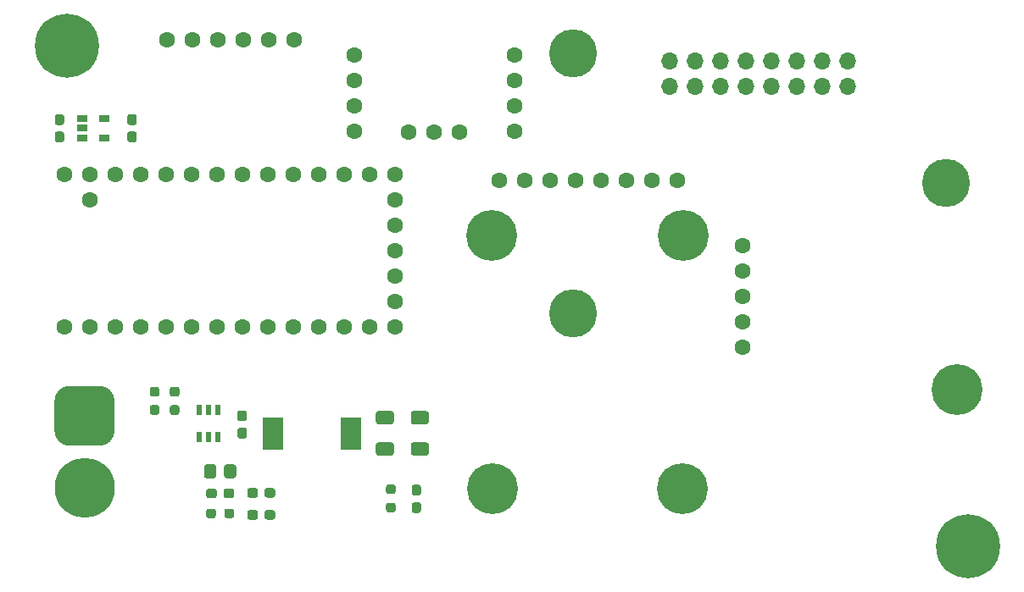
<source format=gbr>
%TF.GenerationSoftware,KiCad,Pcbnew,5.1.10-88a1d61d58~88~ubuntu18.04.1*%
%TF.CreationDate,2021-05-26T16:46:43+10:00*%
%TF.ProjectId,prototype_rocket_fc,70726f74-6f74-4797-9065-5f726f636b65,rev?*%
%TF.SameCoordinates,Original*%
%TF.FileFunction,Soldermask,Top*%
%TF.FilePolarity,Negative*%
%FSLAX46Y46*%
G04 Gerber Fmt 4.6, Leading zero omitted, Abs format (unit mm)*
G04 Created by KiCad (PCBNEW 5.1.10-88a1d61d58~88~ubuntu18.04.1) date 2021-05-26 16:46:43*
%MOMM*%
%LPD*%
G01*
G04 APERTURE LIST*
%ADD10C,1.600000*%
%ADD11O,1.700000X1.700000*%
%ADD12C,4.800000*%
%ADD13C,0.800000*%
%ADD14C,6.400000*%
%ADD15C,5.080000*%
%ADD16R,2.000000X3.200000*%
%ADD17R,0.599999X1.000001*%
%ADD18R,1.060000X0.650000*%
%ADD19C,6.000000*%
G04 APERTURE END LIST*
D10*
%TO.C,U2*%
X72760000Y-60500000D03*
X72760000Y-57960000D03*
X72760000Y-55420000D03*
X72760000Y-52880000D03*
X72760000Y-63040000D03*
X72760000Y-65580000D03*
X72760000Y-68120000D03*
X70220000Y-52880000D03*
X67680000Y-52880000D03*
X65140000Y-52880000D03*
X62600000Y-52880000D03*
X60060000Y-52880000D03*
X57520000Y-52880000D03*
X54980000Y-52880000D03*
X52440000Y-52880000D03*
X49900000Y-52880000D03*
X47360000Y-52880000D03*
X44820000Y-52880000D03*
X42280000Y-52880000D03*
X39740000Y-52880000D03*
X42280000Y-55420000D03*
X70220000Y-68120000D03*
X67680000Y-68120000D03*
X65140000Y-68120000D03*
X62600000Y-68120000D03*
X60060000Y-68120000D03*
X57520000Y-68120000D03*
X54980000Y-68120000D03*
X52440000Y-68120000D03*
X49900000Y-68120000D03*
X47360000Y-68120000D03*
X44820000Y-68120000D03*
X42280000Y-68120000D03*
X39740000Y-68120000D03*
%TD*%
D11*
%TO.C,U9*%
X100170000Y-44040000D03*
X100170000Y-41500000D03*
X112870000Y-44040000D03*
X115410000Y-44040000D03*
X102710000Y-44040000D03*
X105250000Y-41500000D03*
X110330000Y-41500000D03*
X115410000Y-41500000D03*
X117950000Y-44040000D03*
X107790000Y-44040000D03*
X110330000Y-44040000D03*
X117950000Y-41500000D03*
X107790000Y-41500000D03*
X112870000Y-41500000D03*
X105250000Y-44040000D03*
X102710000Y-41500000D03*
%TD*%
D12*
%TO.C,U8*%
X90590000Y-66750000D03*
X90590000Y-40750000D03*
X127780000Y-53750000D03*
%TD*%
D13*
%TO.C,H2*%
X131697056Y-88302944D03*
X130000000Y-87600000D03*
X128302944Y-88302944D03*
X127600000Y-90000000D03*
X128302944Y-91697056D03*
X130000000Y-92400000D03*
X131697056Y-91697056D03*
X132400000Y-90000000D03*
D14*
X130000000Y-90000000D03*
%TD*%
D13*
%TO.C,H1*%
X41697056Y-38302944D03*
X40000000Y-37600000D03*
X38302944Y-38302944D03*
X37600000Y-40000000D03*
X38302944Y-41697056D03*
X40000000Y-42400000D03*
X41697056Y-41697056D03*
X42400000Y-40000000D03*
D14*
X40000000Y-40000000D03*
%TD*%
%TO.C,R5*%
G36*
G01*
X72112500Y-85680000D02*
X72587500Y-85680000D01*
G75*
G02*
X72825000Y-85917500I0J-237500D01*
G01*
X72825000Y-86417500D01*
G75*
G02*
X72587500Y-86655000I-237500J0D01*
G01*
X72112500Y-86655000D01*
G75*
G02*
X71875000Y-86417500I0J237500D01*
G01*
X71875000Y-85917500D01*
G75*
G02*
X72112500Y-85680000I237500J0D01*
G01*
G37*
G36*
G01*
X72112500Y-83855000D02*
X72587500Y-83855000D01*
G75*
G02*
X72825000Y-84092500I0J-237500D01*
G01*
X72825000Y-84592500D01*
G75*
G02*
X72587500Y-84830000I-237500J0D01*
G01*
X72112500Y-84830000D01*
G75*
G02*
X71875000Y-84592500I0J237500D01*
G01*
X71875000Y-84092500D01*
G75*
G02*
X72112500Y-83855000I237500J0D01*
G01*
G37*
%TD*%
%TO.C,D1*%
G36*
G01*
X74662500Y-85650000D02*
X75137500Y-85650000D01*
G75*
G02*
X75375000Y-85887500I0J-237500D01*
G01*
X75375000Y-86462500D01*
G75*
G02*
X75137500Y-86700000I-237500J0D01*
G01*
X74662500Y-86700000D01*
G75*
G02*
X74425000Y-86462500I0J237500D01*
G01*
X74425000Y-85887500D01*
G75*
G02*
X74662500Y-85650000I237500J0D01*
G01*
G37*
G36*
G01*
X74662500Y-83900000D02*
X75137500Y-83900000D01*
G75*
G02*
X75375000Y-84137500I0J-237500D01*
G01*
X75375000Y-84712500D01*
G75*
G02*
X75137500Y-84950000I-237500J0D01*
G01*
X74662500Y-84950000D01*
G75*
G02*
X74425000Y-84712500I0J237500D01*
G01*
X74425000Y-84137500D01*
G75*
G02*
X74662500Y-83900000I237500J0D01*
G01*
G37*
%TD*%
D10*
%TO.C,U1*%
X98435000Y-53460000D03*
X100975000Y-53460000D03*
X93355000Y-53460000D03*
X95895000Y-53460000D03*
X88275000Y-53460000D03*
X90815000Y-53460000D03*
X83195000Y-53460000D03*
X85735000Y-53460000D03*
D15*
X101475000Y-84270000D03*
X82525000Y-84270000D03*
X101575000Y-58930000D03*
X82425000Y-58930000D03*
%TD*%
%TO.C,C1*%
G36*
G01*
X59725000Y-87137500D02*
X59725000Y-86662500D01*
G75*
G02*
X59962500Y-86425000I237500J0D01*
G01*
X60562500Y-86425000D01*
G75*
G02*
X60800000Y-86662500I0J-237500D01*
G01*
X60800000Y-87137500D01*
G75*
G02*
X60562500Y-87375000I-237500J0D01*
G01*
X59962500Y-87375000D01*
G75*
G02*
X59725000Y-87137500I0J237500D01*
G01*
G37*
G36*
G01*
X58000000Y-87137500D02*
X58000000Y-86662500D01*
G75*
G02*
X58237500Y-86425000I237500J0D01*
G01*
X58837500Y-86425000D01*
G75*
G02*
X59075000Y-86662500I0J-237500D01*
G01*
X59075000Y-87137500D01*
G75*
G02*
X58837500Y-87375000I-237500J0D01*
G01*
X58237500Y-87375000D01*
G75*
G02*
X58000000Y-87137500I0J237500D01*
G01*
G37*
%TD*%
%TO.C,C2*%
G36*
G01*
X58000000Y-84937500D02*
X58000000Y-84462500D01*
G75*
G02*
X58237500Y-84225000I237500J0D01*
G01*
X58837500Y-84225000D01*
G75*
G02*
X59075000Y-84462500I0J-237500D01*
G01*
X59075000Y-84937500D01*
G75*
G02*
X58837500Y-85175000I-237500J0D01*
G01*
X58237500Y-85175000D01*
G75*
G02*
X58000000Y-84937500I0J237500D01*
G01*
G37*
G36*
G01*
X59725000Y-84937500D02*
X59725000Y-84462500D01*
G75*
G02*
X59962500Y-84225000I237500J0D01*
G01*
X60562500Y-84225000D01*
G75*
G02*
X60800000Y-84462500I0J-237500D01*
G01*
X60800000Y-84937500D01*
G75*
G02*
X60562500Y-85175000I-237500J0D01*
G01*
X59962500Y-85175000D01*
G75*
G02*
X59725000Y-84937500I0J237500D01*
G01*
G37*
%TD*%
%TO.C,C3*%
G36*
G01*
X56700000Y-84512500D02*
X56700000Y-84987500D01*
G75*
G02*
X56462500Y-85225000I-237500J0D01*
G01*
X55862500Y-85225000D01*
G75*
G02*
X55625000Y-84987500I0J237500D01*
G01*
X55625000Y-84512500D01*
G75*
G02*
X55862500Y-84275000I237500J0D01*
G01*
X56462500Y-84275000D01*
G75*
G02*
X56700000Y-84512500I0J-237500D01*
G01*
G37*
G36*
G01*
X54975000Y-84512500D02*
X54975000Y-84987500D01*
G75*
G02*
X54737500Y-85225000I-237500J0D01*
G01*
X54137500Y-85225000D01*
G75*
G02*
X53900000Y-84987500I0J237500D01*
G01*
X53900000Y-84512500D01*
G75*
G02*
X54137500Y-84275000I237500J0D01*
G01*
X54737500Y-84275000D01*
G75*
G02*
X54975000Y-84512500I0J-237500D01*
G01*
G37*
%TD*%
%TO.C,C4*%
G36*
G01*
X57737500Y-77537500D02*
X57262500Y-77537500D01*
G75*
G02*
X57025000Y-77300000I0J237500D01*
G01*
X57025000Y-76700000D01*
G75*
G02*
X57262500Y-76462500I237500J0D01*
G01*
X57737500Y-76462500D01*
G75*
G02*
X57975000Y-76700000I0J-237500D01*
G01*
X57975000Y-77300000D01*
G75*
G02*
X57737500Y-77537500I-237500J0D01*
G01*
G37*
G36*
G01*
X57737500Y-79262500D02*
X57262500Y-79262500D01*
G75*
G02*
X57025000Y-79025000I0J237500D01*
G01*
X57025000Y-78425000D01*
G75*
G02*
X57262500Y-78187500I237500J0D01*
G01*
X57737500Y-78187500D01*
G75*
G02*
X57975000Y-78425000I0J-237500D01*
G01*
X57975000Y-79025000D01*
G75*
G02*
X57737500Y-79262500I-237500J0D01*
G01*
G37*
%TD*%
%TO.C,C5*%
G36*
G01*
X75900003Y-80975000D02*
X74599997Y-80975000D01*
G75*
G02*
X74350000Y-80725003I0J249997D01*
G01*
X74350000Y-79899997D01*
G75*
G02*
X74599997Y-79650000I249997J0D01*
G01*
X75900003Y-79650000D01*
G75*
G02*
X76150000Y-79899997I0J-249997D01*
G01*
X76150000Y-80725003D01*
G75*
G02*
X75900003Y-80975000I-249997J0D01*
G01*
G37*
G36*
G01*
X75900003Y-77850000D02*
X74599997Y-77850000D01*
G75*
G02*
X74350000Y-77600003I0J249997D01*
G01*
X74350000Y-76774997D01*
G75*
G02*
X74599997Y-76525000I249997J0D01*
G01*
X75900003Y-76525000D01*
G75*
G02*
X76150000Y-76774997I0J-249997D01*
G01*
X76150000Y-77600003D01*
G75*
G02*
X75900003Y-77850000I-249997J0D01*
G01*
G37*
%TD*%
%TO.C,C6*%
G36*
G01*
X72400003Y-77850000D02*
X71099997Y-77850000D01*
G75*
G02*
X70850000Y-77600003I0J249997D01*
G01*
X70850000Y-76774997D01*
G75*
G02*
X71099997Y-76525000I249997J0D01*
G01*
X72400003Y-76525000D01*
G75*
G02*
X72650000Y-76774997I0J-249997D01*
G01*
X72650000Y-77600003D01*
G75*
G02*
X72400003Y-77850000I-249997J0D01*
G01*
G37*
G36*
G01*
X72400003Y-80975000D02*
X71099997Y-80975000D01*
G75*
G02*
X70850000Y-80725003I0J249997D01*
G01*
X70850000Y-79899997D01*
G75*
G02*
X71099997Y-79650000I249997J0D01*
G01*
X72400003Y-79650000D01*
G75*
G02*
X72650000Y-79899997I0J-249997D01*
G01*
X72650000Y-80725003D01*
G75*
G02*
X72400003Y-80975000I-249997J0D01*
G01*
G37*
%TD*%
%TO.C,C7*%
G36*
G01*
X39012500Y-46850000D02*
X39487500Y-46850000D01*
G75*
G02*
X39725000Y-47087500I0J-237500D01*
G01*
X39725000Y-47687500D01*
G75*
G02*
X39487500Y-47925000I-237500J0D01*
G01*
X39012500Y-47925000D01*
G75*
G02*
X38775000Y-47687500I0J237500D01*
G01*
X38775000Y-47087500D01*
G75*
G02*
X39012500Y-46850000I237500J0D01*
G01*
G37*
G36*
G01*
X39012500Y-48575000D02*
X39487500Y-48575000D01*
G75*
G02*
X39725000Y-48812500I0J-237500D01*
G01*
X39725000Y-49412500D01*
G75*
G02*
X39487500Y-49650000I-237500J0D01*
G01*
X39012500Y-49650000D01*
G75*
G02*
X38775000Y-49412500I0J237500D01*
G01*
X38775000Y-48812500D01*
G75*
G02*
X39012500Y-48575000I237500J0D01*
G01*
G37*
%TD*%
%TO.C,C8*%
G36*
G01*
X46262500Y-48575000D02*
X46737500Y-48575000D01*
G75*
G02*
X46975000Y-48812500I0J-237500D01*
G01*
X46975000Y-49412500D01*
G75*
G02*
X46737500Y-49650000I-237500J0D01*
G01*
X46262500Y-49650000D01*
G75*
G02*
X46025000Y-49412500I0J237500D01*
G01*
X46025000Y-48812500D01*
G75*
G02*
X46262500Y-48575000I237500J0D01*
G01*
G37*
G36*
G01*
X46262500Y-46850000D02*
X46737500Y-46850000D01*
G75*
G02*
X46975000Y-47087500I0J-237500D01*
G01*
X46975000Y-47687500D01*
G75*
G02*
X46737500Y-47925000I-237500J0D01*
G01*
X46262500Y-47925000D01*
G75*
G02*
X46025000Y-47687500I0J237500D01*
G01*
X46025000Y-47087500D01*
G75*
G02*
X46262500Y-46850000I237500J0D01*
G01*
G37*
%TD*%
D16*
%TO.C,L1*%
X60600000Y-78800000D03*
X68400000Y-78800000D03*
%TD*%
%TO.C,R1*%
G36*
G01*
X56900000Y-82099999D02*
X56900000Y-83000001D01*
G75*
G02*
X56650001Y-83250000I-249999J0D01*
G01*
X55949999Y-83250000D01*
G75*
G02*
X55700000Y-83000001I0J249999D01*
G01*
X55700000Y-82099999D01*
G75*
G02*
X55949999Y-81850000I249999J0D01*
G01*
X56650001Y-81850000D01*
G75*
G02*
X56900000Y-82099999I0J-249999D01*
G01*
G37*
G36*
G01*
X54900000Y-82099999D02*
X54900000Y-83000001D01*
G75*
G02*
X54650001Y-83250000I-249999J0D01*
G01*
X53949999Y-83250000D01*
G75*
G02*
X53700000Y-83000001I0J249999D01*
G01*
X53700000Y-82099999D01*
G75*
G02*
X53949999Y-81850000I249999J0D01*
G01*
X54650001Y-81850000D01*
G75*
G02*
X54900000Y-82099999I0J-249999D01*
G01*
G37*
%TD*%
%TO.C,R2*%
G36*
G01*
X56700000Y-86512500D02*
X56700000Y-86987500D01*
G75*
G02*
X56462500Y-87225000I-237500J0D01*
G01*
X55962500Y-87225000D01*
G75*
G02*
X55725000Y-86987500I0J237500D01*
G01*
X55725000Y-86512500D01*
G75*
G02*
X55962500Y-86275000I237500J0D01*
G01*
X56462500Y-86275000D01*
G75*
G02*
X56700000Y-86512500I0J-237500D01*
G01*
G37*
G36*
G01*
X54875000Y-86512500D02*
X54875000Y-86987500D01*
G75*
G02*
X54637500Y-87225000I-237500J0D01*
G01*
X54137500Y-87225000D01*
G75*
G02*
X53900000Y-86987500I0J237500D01*
G01*
X53900000Y-86512500D01*
G75*
G02*
X54137500Y-86275000I237500J0D01*
G01*
X54637500Y-86275000D01*
G75*
G02*
X54875000Y-86512500I0J-237500D01*
G01*
G37*
%TD*%
%TO.C,R3*%
G36*
G01*
X48512500Y-74100000D02*
X48987500Y-74100000D01*
G75*
G02*
X49225000Y-74337500I0J-237500D01*
G01*
X49225000Y-74837500D01*
G75*
G02*
X48987500Y-75075000I-237500J0D01*
G01*
X48512500Y-75075000D01*
G75*
G02*
X48275000Y-74837500I0J237500D01*
G01*
X48275000Y-74337500D01*
G75*
G02*
X48512500Y-74100000I237500J0D01*
G01*
G37*
G36*
G01*
X48512500Y-75925000D02*
X48987500Y-75925000D01*
G75*
G02*
X49225000Y-76162500I0J-237500D01*
G01*
X49225000Y-76662500D01*
G75*
G02*
X48987500Y-76900000I-237500J0D01*
G01*
X48512500Y-76900000D01*
G75*
G02*
X48275000Y-76662500I0J237500D01*
G01*
X48275000Y-76162500D01*
G75*
G02*
X48512500Y-75925000I237500J0D01*
G01*
G37*
%TD*%
%TO.C,R4*%
G36*
G01*
X50987500Y-75075000D02*
X50512500Y-75075000D01*
G75*
G02*
X50275000Y-74837500I0J237500D01*
G01*
X50275000Y-74337500D01*
G75*
G02*
X50512500Y-74100000I237500J0D01*
G01*
X50987500Y-74100000D01*
G75*
G02*
X51225000Y-74337500I0J-237500D01*
G01*
X51225000Y-74837500D01*
G75*
G02*
X50987500Y-75075000I-237500J0D01*
G01*
G37*
G36*
G01*
X50987500Y-76900000D02*
X50512500Y-76900000D01*
G75*
G02*
X50275000Y-76662500I0J237500D01*
G01*
X50275000Y-76162500D01*
G75*
G02*
X50512500Y-75925000I237500J0D01*
G01*
X50987500Y-75925000D01*
G75*
G02*
X51225000Y-76162500I0J-237500D01*
G01*
X51225000Y-76662500D01*
G75*
G02*
X50987500Y-76900000I-237500J0D01*
G01*
G37*
%TD*%
D10*
%TO.C,U3*%
X50000000Y-39390000D03*
X52540000Y-39390000D03*
X55080000Y-39390000D03*
X57620000Y-39390000D03*
X60160000Y-39390000D03*
X62700000Y-39390000D03*
%TD*%
%TO.C,U4*%
X107480000Y-59980000D03*
X107480000Y-67600000D03*
X107480000Y-62520000D03*
X107480000Y-65060000D03*
X107480000Y-70140000D03*
D15*
X128940000Y-74360000D03*
%TD*%
D10*
%TO.C,U5*%
X68730000Y-40970000D03*
X68730000Y-43510000D03*
X68730000Y-46050000D03*
X68730000Y-48590000D03*
X84670000Y-40970000D03*
X84670000Y-43510000D03*
X84670000Y-46050000D03*
X84670000Y-48590000D03*
X74160000Y-48640000D03*
X76700000Y-48640000D03*
X79240000Y-48640000D03*
%TD*%
D17*
%TO.C,U6*%
X55100001Y-76374999D03*
X54150000Y-76374999D03*
X53200002Y-76374999D03*
X53200002Y-79124999D03*
X54150000Y-79124999D03*
X55100001Y-79124999D03*
%TD*%
D18*
%TO.C,U7*%
X41500000Y-47300000D03*
X41500000Y-48250000D03*
X41500000Y-49200000D03*
X43700000Y-49200000D03*
X43700000Y-47300000D03*
%TD*%
D19*
%TO.C,J1*%
X41750000Y-84200000D03*
G36*
G01*
X40250000Y-74000000D02*
X43250000Y-74000000D01*
G75*
G02*
X44750000Y-75500000I0J-1500000D01*
G01*
X44750000Y-78500000D01*
G75*
G02*
X43250000Y-80000000I-1500000J0D01*
G01*
X40250000Y-80000000D01*
G75*
G02*
X38750000Y-78500000I0J1500000D01*
G01*
X38750000Y-75500000D01*
G75*
G02*
X40250000Y-74000000I1500000J0D01*
G01*
G37*
%TD*%
M02*

</source>
